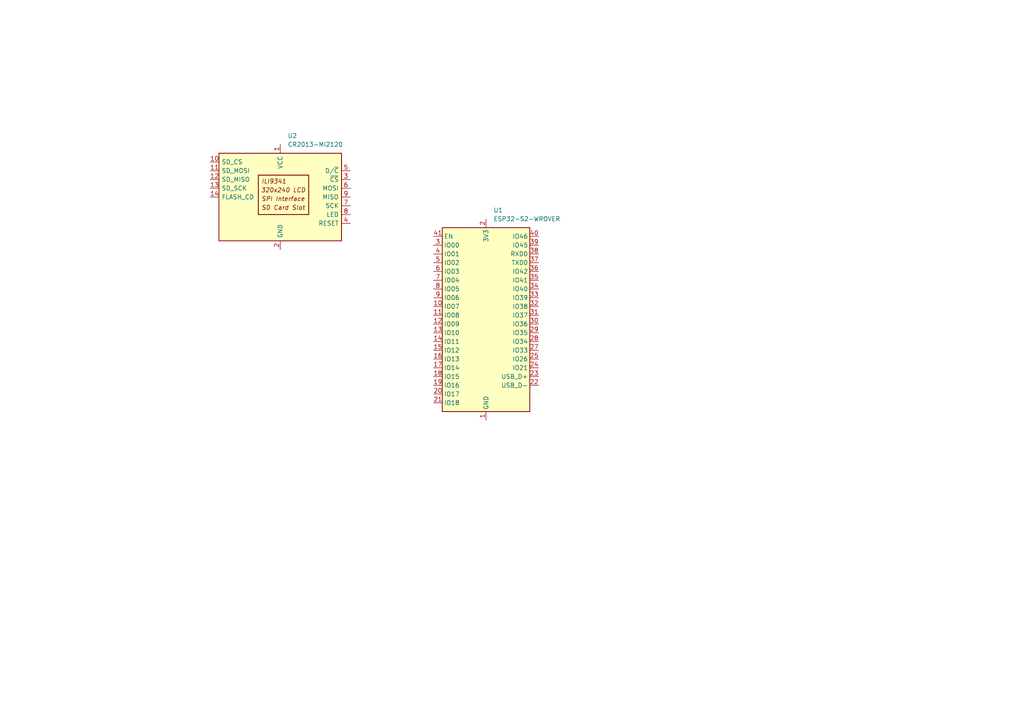
<source format=kicad_sch>
(kicad_sch (version 20250114) (generator "eeschema") (generator_version "9.0")
  (paper "A4")
  (lib_symbols
    (symbol "Driver_Display:CR2013-MI2120" (pin_names (offset 0.762))
      (property "Reference" "U" (at -17.526 13.97 0))
      (property "Value" "CR2013-MI2120" (at 1.905 13.97 0))
      (symbol "CR2013-MI2120_0_0"
        (text "ILI9341" (at -5.461 4.572 0) (effects (font (size 1.27 1.27) (italic yes)) (justify left)))
        (text "SPI Interface" (at -5.461 -0.508 0) (effects (font (size 1.27 1.27) (italic yes)) (justify left)))
        (text "SD Card Slot" (at -5.461 -3.048 0) (effects (font (size 1.27 1.27) (italic yes)) (justify left)))
        (text "320x240 LCD" (at 0.889 2.032 0) (effects (font (size 1.27 1.27) (italic yes))))
      )
      (symbol "CR2013-MI2120_0_1"
        (rectangle (start -17.78 12.7) (end 17.78 -12.7) (stroke (width 0.254)) (fill (type background)))
        (rectangle (start -6.35 6.35) (end 8.255 -5.08) (stroke (width 0.254)))
      )
      (symbol "CR2013-MI2120_1_1"
        (pin input line (at -20.32 10.16 0) (length 2.54) (name "SD_CS") (number "10"))
        (pin input line (at -20.32 7.62 0) (length 2.54) (name "SD_MOSI") (number "11"))
        (pin output line (at -20.32 5.08 0) (length 2.54) (name "SD_MISO") (number "12"))
        (pin input line (at -20.32 2.54 0) (length 2.54) (name "SD_SCK") (number "13"))
        (pin input line (at -20.32 0 0) (length 2.54) (name "FLASH_CD") (number "14"))
        (pin power_in line (at 0 15.24 270) (length 2.54) (name "VCC") (number "1"))
        (pin power_in line (at 0 -15.24 90) (length 2.54) (name "GND") (number "2"))
        (pin input line (at 20.32 7.62 180) (length 2.54) (name "D/~{C}") (number "5"))
        (pin input line (at 20.32 5.08 180) (length 2.54) (name "~{CS}") (number "3"))
        (pin input line (at 20.32 2.54 180) (length 2.54) (name "MOSI") (number "6"))
        (pin output line (at 20.32 0 180) (length 2.54) (name "MISO") (number "9"))
        (pin input line (at 20.32 -2.54 180) (length 2.54) (name "SCK") (number "7"))
        (pin input line (at 20.32 -5.08 180) (length 2.54) (name "LED") (number "8"))
        (pin input line (at 20.32 -7.62 180) (length 2.54) (name "RESET") (number "4"))
      )
    )
    (symbol "RF_Module:ESP32-S2-WROVER"
      (property "Reference" "U" (at -12.7 29.21 0))
      (property "Value" "ESP32-S2-WROVER" (at 2.54 29.21 0))
      (symbol "ESP32-S2-WROVER_0_1"
        (rectangle (start -12.7 27.94) (end 12.7 -25.4) (stroke (width 0.254)) (fill (type background)))
      )
      (symbol "ESP32-S2-WROVER_1_1"
        (pin input line (at -15.24 25.4 0) (length 2.54) (name "EN") (number "41"))
        (pin bidirectional line (at -15.24 22.86 0) (length 2.54) (name "IO00") (number "3"))
        (pin bidirectional line (at -15.24 20.32 0) (length 2.54) (name "IO01") (number "4"))
        (pin bidirectional line (at -15.24 17.78 0) (length 2.54) (name "IO02") (number "5"))
        (pin bidirectional line (at -15.24 15.24 0) (length 2.54) (name "IO03") (number "6"))
        (pin bidirectional line (at -15.24 12.7 0) (length 2.54) (name "IO04") (number "7"))
        (pin bidirectional line (at -15.24 10.16 0) (length 2.54) (name "IO05") (number "8"))
        (pin bidirectional line (at -15.24 7.62 0) (length 2.54) (name "IO06") (number "9"))
        (pin bidirectional line (at -15.24 5.08 0) (length 2.54) (name "IO07") (number "10"))
        (pin bidirectional line (at -15.24 2.54 0) (length 2.54) (name "IO08") (number "11"))
        (pin bidirectional line (at -15.24 0 0) (length 2.54) (name "IO09") (number "12"))
        (pin bidirectional line (at -15.24 -2.54 0) (length 2.54) (name "IO10") (number "13"))
        (pin bidirectional line (at -15.24 -5.08 0) (length 2.54) (name "IO11") (number "14"))
        (pin bidirectional line (at -15.24 -7.62 0) (length 2.54) (name "IO12") (number "15"))
        (pin bidirectional line (at -15.24 -10.16 0) (length 2.54) (name "IO13") (number "16"))
        (pin bidirectional line (at -15.24 -12.7 0) (length 2.54) (name "IO14") (number "17"))
        (pin bidirectional line (at -15.24 -15.24 0) (length 2.54) (name "IO15") (number "18"))
        (pin bidirectional line (at -15.24 -17.78 0) (length 2.54) (name "IO16") (number "19"))
        (pin bidirectional line (at -15.24 -20.32 0) (length 2.54) (name "IO17") (number "20"))
        (pin bidirectional line (at -15.24 -22.86 0) (length 2.54) (name "IO18") (number "21"))
        (pin power_in line (at 0 30.48 270) (length 2.54) (name "3V3") (number "2"))
        (pin power_in line (at 0 -27.94 90) (length 2.54) (name "GND") (number "1"))
        (pin passive line (at 0 -27.94 90) (length 2.54) (hide yes) (name "GND") (number "26"))
        (pin passive line (at 0 -27.94 90) (length 2.54) (hide yes) (name "GND") (number "42"))
        (pin passive line (at 0 -27.94 90) (length 2.54) (hide yes) (name "GND") (number "43"))
        (pin input line (at 15.24 25.4 180) (length 2.54) (name "IO46") (number "40"))
        (pin bidirectional line (at 15.24 22.86 180) (length 2.54) (name "IO45") (number "39"))
        (pin bidirectional line (at 15.24 20.32 180) (length 2.54) (name "RXD0") (number "38"))
        (pin bidirectional line (at 15.24 17.78 180) (length 2.54) (name "TXD0") (number "37"))
        (pin bidirectional line (at 15.24 15.24 180) (length 2.54) (name "IO42") (number "36"))
        (pin bidirectional line (at 15.24 12.7 180) (length 2.54) (name "IO41") (number "35"))
        (pin bidirectional line (at 15.24 10.16 180) (length 2.54) (name "IO40") (number "34"))
        (pin bidirectional line (at 15.24 7.62 180) (length 2.54) (name "IO39") (number "33"))
        (pin bidirectional line (at 15.24 5.08 180) (length 2.54) (name "IO38") (number "32"))
        (pin bidirectional line (at 15.24 2.54 180) (length 2.54) (name "IO37") (number "31"))
        (pin bidirectional line (at 15.24 0 180) (length 2.54) (name "IO36") (number "30"))
        (pin bidirectional line (at 15.24 -2.54 180) (length 2.54) (name "IO35") (number "29"))
        (pin bidirectional line (at 15.24 -5.08 180) (length 2.54) (name "IO34") (number "28"))
        (pin bidirectional line (at 15.24 -7.62 180) (length 2.54) (name "IO33") (number "27"))
        (pin bidirectional line (at 15.24 -10.16 180) (length 2.54) (name "IO26") (number "25"))
        (pin bidirectional line (at 15.24 -12.7 180) (length 2.54) (name "IO21") (number "24"))
        (pin bidirectional line (at 15.24 -15.24 180) (length 2.54) (name "USB_D+") (number "23"))
        (pin bidirectional line (at 15.24 -17.78 180) (length 2.54) (name "USB_D-") (number "22"))
      )
    )
  )
  (symbol (lib_id "Driver_Display:CR2013-MI2120") (at 81.28 57.15 0) (unit 1)
    (property "Reference" "U2" (at 83.4233 39.37 0) (effects (justify left)))
    (property "Value" "CR2013-MI2120" (at 83.4233 41.91 0) (effects (justify left)))
    (property "Footprint" "Display:CR2013-MI2120" (effects (hide yes)))
    (property "Datasheet" "http://pan.baidu.com/s/11Y990" (effects (hide yes)))
    (property "Description" "ILI9341 controller, SPI TFT LCD Display, 9-pin breakout PCB, 4-pin SD card interface, 5V/3.3V" (effects (hide yes)))
  )
  (symbol (lib_id "RF_Module:ESP32-S2-WROVER") (at 140.97 93.98 0) (unit 1)
    (property "Reference" "U1" (at 143.1133 60.96 0) (effects (justify left)))
    (property "Value" "ESP32-S2-WROVER" (at 143.1133 63.5 0) (effects (justify left)))
    (property "Footprint" "RF_Module:ESP32-S2-WROVER" (effects (hide yes)))
    (property "Datasheet" "https://www.espressif.com/sites/default/files/documentation/esp32-s2-wroom_esp32-s2-wroom-i_datasheet_en.pdf" (effects (hide yes)))
    (property "Description" "RF Module, ESP32-D0WDQ6 SoC, Wi-Fi 802.11b/g/n, 32-bit, 2.7-3.6V, onboard antenna, SMD" (effects (hide yes)))
  )
)
</source>
